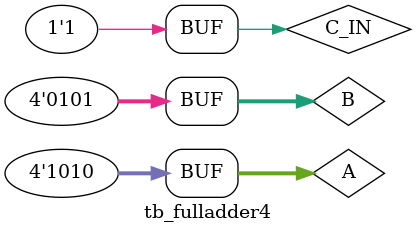
<source format=v>

module tb_fulladder4();
wire [3:0] SUM;
wire C_OUT;
reg [3:0] A;
reg [3:0] B;
reg C_IN;
fulladder4 m(.sum(SUM),
.c_out(C_OUT),
.a(A),
.b(B),
.c_in(C_IN));
initial
begin
A=4'd0; B=4'd0; C_IN=1'b0;
#5 A=4'd3; B=4'd4;
#5 A=4'd2; B=4'd5;
#5 A=4'd9; B=4'd9;
#5 A=4'd10; B=4'd15;
#5 A=4'd10; B=4'd5; C_IN=1'b1;
end
endmodule

</source>
